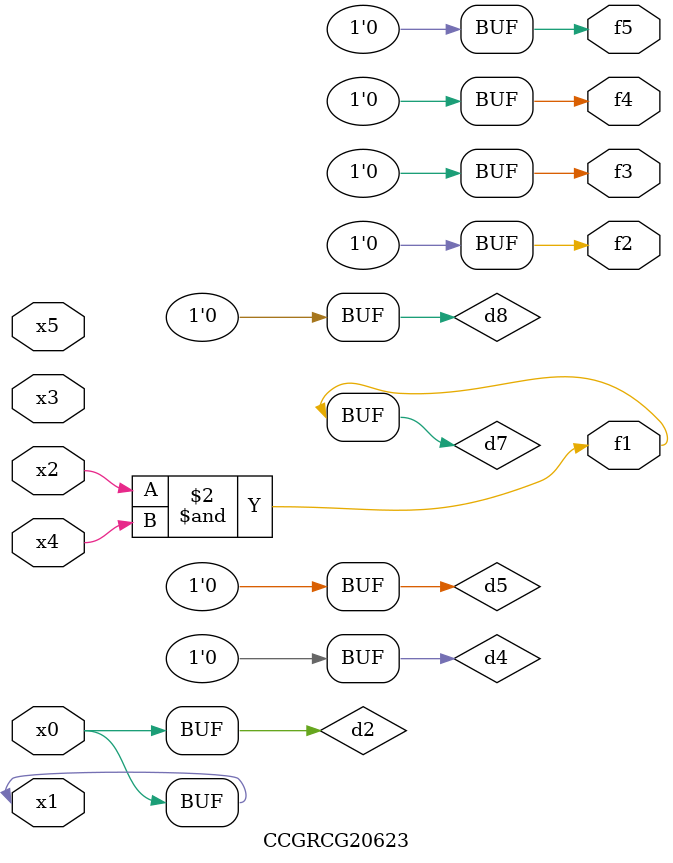
<source format=v>
module CCGRCG20623(
	input x0, x1, x2, x3, x4, x5,
	output f1, f2, f3, f4, f5
);

	wire d1, d2, d3, d4, d5, d6, d7, d8, d9;

	nand (d1, x1);
	buf (d2, x0, x1);
	nand (d3, x2, x4);
	and (d4, d1, d2);
	and (d5, d1, d2);
	nand (d6, d1, d3);
	not (d7, d3);
	xor (d8, d5);
	nor (d9, d5, d6);
	assign f1 = d7;
	assign f2 = d8;
	assign f3 = d8;
	assign f4 = d8;
	assign f5 = d8;
endmodule

</source>
